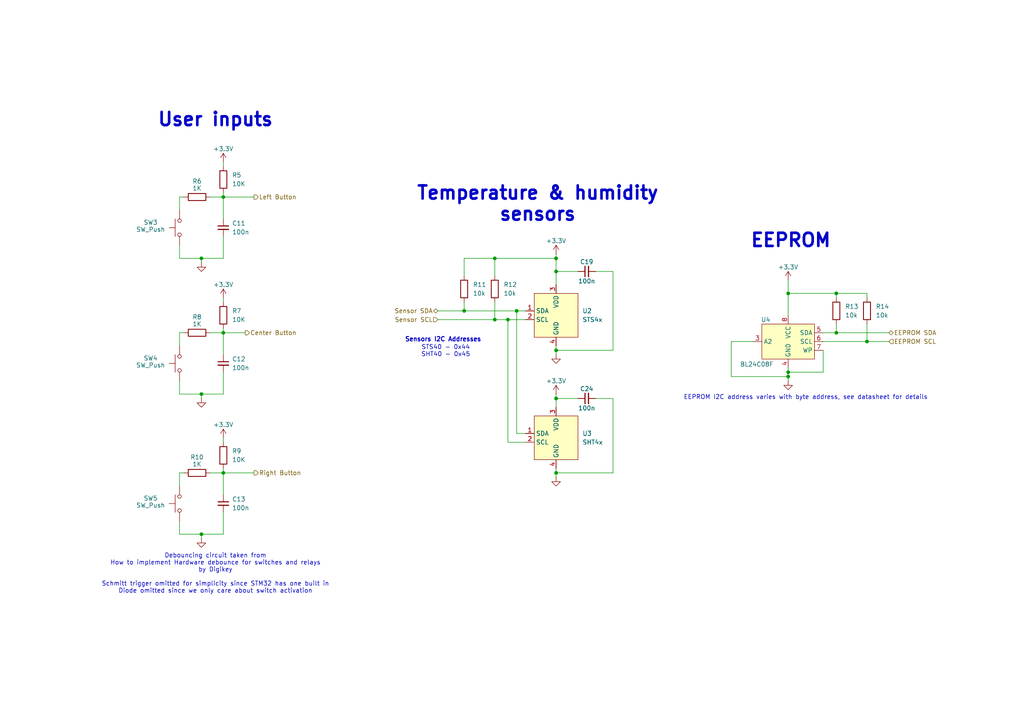
<source format=kicad_sch>
(kicad_sch (version 20250114) (generator "eeschema") (generator_version "9.0")
  (paper "A4")
  (lib_symbols
    (symbol "Device:C_Small" (pin_numbers (hide yes)) (pin_names (offset 0.254) (hide yes))
      (property "Reference" "C" (at 0.254 1.778 0))
      (property "Value" "C_Small" (at 0.254 -2.032 0))
      (symbol "C_Small_0_1"
        (polyline (pts (xy -1.524 0.508) (xy 1.524 0.508)) (stroke (width 0.3048)))
        (polyline (pts (xy -1.524 -0.508) (xy 1.524 -0.508)) (stroke (width 0.3302)))
      )
      (symbol "C_Small_1_1"
        (pin passive line (at 0 2.54 270) (length 2.032) (name "~") (number "1"))
        (pin passive line (at 0 -2.54 90) (length 2.032) (name "~") (number "2"))
      )
    )
    (symbol "Device:R" (pin_numbers (hide yes)) (pin_names (offset 0))
      (property "Reference" "R" (at 2.032 0 90))
      (property "Value" "R" (at 0 0 90))
      (symbol "R_0_1"
        (rectangle (start -1.016 -2.54) (end 1.016 2.54) (stroke (width 0.254)))
      )
      (symbol "R_1_1"
        (pin passive line (at 0 3.81 270) (length 1.27) (name "~") (number "1"))
        (pin passive line (at 0 -3.81 90) (length 1.27) (name "~") (number "2"))
      )
    )
    (symbol "Switch:SW_Push" (pin_numbers (hide yes)) (pin_names (offset 1.016) (hide yes))
      (property "Reference" "SW" (at 1.27 2.54 0))
      (property "Value" "SW_Push" (at 0 -1.524 0))
      (symbol "SW_Push_0_1"
        (circle (center -2.032 0) (radius 0.508))
        (polyline (pts (xy 0 1.27) (xy 0 3.048)))
        (circle (center 2.032 0) (radius 0.508))
        (polyline (pts (xy 2.54 1.27) (xy -2.54 1.27)))
        (pin passive line (at -5.08 0 0) (length 2.54) (name "1") (number "1"))
        (pin passive line (at 5.08 0 180) (length 2.54) (name "2") (number "2"))
      )
    )
    (symbol "power:+3.3V" (power) (pin_numbers (hide yes)) (pin_names (offset 0) (hide yes))
      (property "Value" "+3.3V" (at 0 3.556 0))
      (symbol "+3.3V_0_1"
        (polyline (pts (xy -0.762 1.27) (xy 0 2.54)))
        (polyline (pts (xy 0 2.54) (xy 0.762 1.27)))
        (polyline (pts (xy 0 0) (xy 0 2.54)))
      )
      (symbol "+3.3V_1_1"
        (pin power_in line (at 0 0 90) (length 0) (name "~") (number "1"))
      )
    )
    (symbol "power:GND" (power) (pin_numbers (hide yes)) (pin_names (offset 0) (hide yes))
      (property "Value" "GND" (at 0 -3.81 0))
      (symbol "GND_0_1"
        (polyline (pts (xy 0 0) (xy 0 -1.27) (xy 1.27 -1.27) (xy 0 -2.54) (xy -1.27 -1.27) (xy 0 -1.27)))
      )
      (symbol "GND_1_1"
        (pin power_in line (at 0 0 270) (length 0) (name "~") (number "1"))
      )
    )
    (symbol "tat_library:BL24C08F"
      (property "Reference" "U" (at -7.112 6.35 0))
      (property "Value" "BL24C08F" (at 6.096 -6.35 0))
      (symbol "BL24C08F_1_1"
        (rectangle (start -7.62 5.08) (end 7.62 -5.08) (fill (type background)))
        (pin input line (at -10.16 0 0) (length 2.54) (name "A2") (number "3"))
        (pin power_in line (at 0 7.62 270) (length 2.54) (name "VCC") (number "8"))
        (pin power_in line (at 0 -7.62 90) (length 2.54) (name "GND") (number "4"))
        (pin bidirectional line (at 10.16 2.54 180) (length 2.54) (name "SDA") (number "5"))
        (pin input line (at 10.16 0 180) (length 2.54) (name "SCL") (number "6"))
        (pin input line (at 10.16 -2.54 180) (length 2.54) (name "WP") (number "7"))
      )
    )
    (symbol "tat_library:SHT4x"
      (property "Reference" "U" (at -5.842 7.366 0))
      (property "Value" "SHT4x" (at 6.604 -7.62 0))
      (symbol "SHT4x_1_1"
        (rectangle (start -6.35 6.35) (end 6.35 -6.35) (fill (type background)))
        (pin bidirectional line (at -8.89 1.27 0) (length 2.54) (name "SDA") (number "1"))
        (pin bidirectional line (at -8.89 -1.27 0) (length 2.54) (name "SCL") (number "2"))
        (pin power_in line (at 0 8.89 270) (length 2.54) (name "VDD") (number "3"))
        (pin power_in line (at 0 -8.89 90) (length 2.54) (name "GND") (number "4"))
      )
    )
    (symbol "tat_library:STS4x"
      (property "Reference" "U" (at -5.842 7.366 0))
      (property "Value" "STS4x" (at 5.842 -7.62 0))
      (symbol "STS4x_1_1"
        (rectangle (start -6.35 6.35) (end 6.35 -6.35) (fill (type background)))
        (pin bidirectional line (at -8.89 1.27 0) (length 2.54) (name "SDA") (number "1"))
        (pin bidirectional line (at -8.89 -1.27 0) (length 2.54) (name "SCL") (number "2"))
        (pin power_in line (at 0 8.89 270) (length 2.54) (name "VDD") (number "3"))
        (pin power_in line (at 0 -8.89 90) (length 2.54) (name "GND") (number "4"))
      )
    )
  )
  (text "Temperature & humidity\nsensors" (at 155.956 59.182 0) (effects (font (size 3.81 3.81) (thickness 0.762) (bold yes))))
  (text "EEPROM I2C address varies with byte address, see datasheet for details" (at 233.68 115.316 0) (effects (font (size 1.27 1.27))))
  (text "User inputs" (at 62.484 34.798 0) (effects (font (size 3.81 3.81) (thickness 0.762) (bold yes))))
  (text "Debouncing circuit taken from\nHow to implement Hardware debounce for switches and relays\nby Digikey\n\nSchmitt trigger omitted for simplicity since STM32 has one built in\nDiode omitted since we only care about switch activation" (at 62.484 166.37 0) (effects (font (size 1.27 1.27))))
  (text "STS40 - 0x44\nSHT40 - 0x45" (at 129.286 101.854 0) (effects (font (size 1.27 1.27))))
  (text "EEPROM\n" (at 229.362 69.85 0) (effects (font (size 3.81 3.81) (thickness 0.762) (bold yes))))
  (text "Sensors I2C Addresses\n" (at 128.524 98.552 0) (effects (font (size 1.27 1.27) (thickness 0.254) (bold yes))))
  (junction (at 64.77 137.16))
  (junction (at 161.29 137.16))
  (junction (at 161.29 101.6))
  (junction (at 134.62 90.17))
  (junction (at 143.51 74.93))
  (junction (at 64.77 96.52))
  (junction (at 58.42 154.94))
  (junction (at 58.42 74.93))
  (junction (at 161.29 78.74))
  (junction (at 228.6 85.09))
  (junction (at 251.46 99.06))
  (junction (at 161.29 115.57))
  (junction (at 228.6 107.95))
  (junction (at 147.32 92.71))
  (junction (at 161.29 74.93))
  (junction (at 242.57 85.09))
  (junction (at 149.86 90.17))
  (junction (at 143.51 92.71))
  (junction (at 64.77 57.15))
  (junction (at 228.6 109.22))
  (junction (at 58.42 114.3))
  (junction (at 242.57 96.52))
  (wire (pts (xy 134.62 74.93) (xy 134.62 80.01)))
  (wire (pts (xy 161.29 101.6) (xy 177.8 101.6)))
  (wire (pts (xy 238.76 99.06) (xy 251.46 99.06)))
  (wire (pts (xy 161.29 102.87) (xy 161.29 101.6)))
  (wire (pts (xy 52.07 110.49) (xy 52.07 114.3)))
  (wire (pts (xy 58.42 154.94) (xy 52.07 154.94)))
  (wire (pts (xy 60.96 57.15) (xy 64.77 57.15)))
  (wire (pts (xy 177.8 115.57) (xy 177.8 137.16)))
  (wire (pts (xy 64.77 95.25) (xy 64.77 96.52)))
  (wire (pts (xy 161.29 73.66) (xy 161.29 74.93)))
  (wire (pts (xy 161.29 138.43) (xy 161.29 137.16)))
  (wire (pts (xy 52.07 96.52) (xy 53.34 96.52)))
  (wire (pts (xy 251.46 99.06) (xy 257.81 99.06)))
  (wire (pts (xy 143.51 92.71) (xy 147.32 92.71)))
  (wire (pts (xy 64.77 127) (xy 64.77 128.27)))
  (wire (pts (xy 52.07 151.13) (xy 52.07 154.94)))
  (wire (pts (xy 161.29 115.57) (xy 161.29 118.11)))
  (wire (pts (xy 238.76 101.6) (xy 238.76 107.95)))
  (wire (pts (xy 149.86 125.73) (xy 152.4 125.73)))
  (wire (pts (xy 60.96 137.16) (xy 64.77 137.16)))
  (wire (pts (xy 161.29 74.93) (xy 143.51 74.93)))
  (wire (pts (xy 238.76 107.95) (xy 228.6 107.95)))
  (wire (pts (xy 64.77 46.99) (xy 64.77 48.26)))
  (wire (pts (xy 212.09 109.22) (xy 228.6 109.22)))
  (wire (pts (xy 64.77 154.94) (xy 58.42 154.94)))
  (wire (pts (xy 58.42 114.3) (xy 52.07 114.3)))
  (wire (pts (xy 52.07 137.16) (xy 53.34 137.16)))
  (wire (pts (xy 58.42 114.3) (xy 58.42 115.57)))
  (wire (pts (xy 172.72 78.74) (xy 177.8 78.74)))
  (wire (pts (xy 64.77 57.15) (xy 73.66 57.15)))
  (wire (pts (xy 64.77 148.59) (xy 64.77 154.94)))
  (wire (pts (xy 251.46 93.98) (xy 251.46 99.06)))
  (wire (pts (xy 52.07 57.15) (xy 52.07 60.96)))
  (wire (pts (xy 64.77 57.15) (xy 64.77 63.5)))
  (wire (pts (xy 161.29 74.93) (xy 161.29 78.74)))
  (wire (pts (xy 228.6 85.09) (xy 242.57 85.09)))
  (wire (pts (xy 64.77 96.52) (xy 71.12 96.52)))
  (wire (pts (xy 251.46 85.09) (xy 251.46 86.36)))
  (wire (pts (xy 52.07 137.16) (xy 52.07 140.97)))
  (wire (pts (xy 172.72 115.57) (xy 177.8 115.57)))
  (wire (pts (xy 177.8 137.16) (xy 161.29 137.16)))
  (wire (pts (xy 238.76 96.52) (xy 242.57 96.52)))
  (wire (pts (xy 161.29 78.74) (xy 161.29 82.55)))
  (wire (pts (xy 161.29 114.3) (xy 161.29 115.57)))
  (wire (pts (xy 228.6 107.95) (xy 228.6 109.22)))
  (wire (pts (xy 64.77 107.95) (xy 64.77 114.3)))
  (wire (pts (xy 64.77 68.58) (xy 64.77 74.93)))
  (wire (pts (xy 134.62 90.17) (xy 149.86 90.17)))
  (wire (pts (xy 242.57 93.98) (xy 242.57 96.52)))
  (wire (pts (xy 212.09 99.06) (xy 212.09 109.22)))
  (wire (pts (xy 52.07 96.52) (xy 52.07 100.33)))
  (wire (pts (xy 161.29 78.74) (xy 167.64 78.74)))
  (wire (pts (xy 228.6 110.49) (xy 228.6 109.22)))
  (wire (pts (xy 218.44 99.06) (xy 212.09 99.06)))
  (wire (pts (xy 161.29 115.57) (xy 167.64 115.57)))
  (wire (pts (xy 64.77 86.36) (xy 64.77 87.63)))
  (wire (pts (xy 242.57 86.36) (xy 242.57 85.09)))
  (wire (pts (xy 143.51 74.93) (xy 134.62 74.93)))
  (wire (pts (xy 60.96 96.52) (xy 64.77 96.52)))
  (wire (pts (xy 127 90.17) (xy 134.62 90.17)))
  (wire (pts (xy 127 92.71) (xy 143.51 92.71)))
  (wire (pts (xy 64.77 137.16) (xy 73.66 137.16)))
  (wire (pts (xy 161.29 100.33) (xy 161.29 101.6)))
  (wire (pts (xy 177.8 78.74) (xy 177.8 101.6)))
  (wire (pts (xy 64.77 135.89) (xy 64.77 137.16)))
  (wire (pts (xy 52.07 57.15) (xy 53.34 57.15)))
  (wire (pts (xy 64.77 114.3) (xy 58.42 114.3)))
  (wire (pts (xy 143.51 87.63) (xy 143.51 92.71)))
  (wire (pts (xy 242.57 96.52) (xy 257.81 96.52)))
  (wire (pts (xy 147.32 92.71) (xy 147.32 128.27)))
  (wire (pts (xy 147.32 128.27) (xy 152.4 128.27)))
  (wire (pts (xy 228.6 106.68) (xy 228.6 107.95)))
  (wire (pts (xy 64.77 55.88) (xy 64.77 57.15)))
  (wire (pts (xy 147.32 92.71) (xy 152.4 92.71)))
  (wire (pts (xy 228.6 85.09) (xy 228.6 91.44)))
  (wire (pts (xy 242.57 85.09) (xy 251.46 85.09)))
  (wire (pts (xy 64.77 74.93) (xy 58.42 74.93)))
  (wire (pts (xy 149.86 90.17) (xy 149.86 125.73)))
  (wire (pts (xy 228.6 81.28) (xy 228.6 85.09)))
  (wire (pts (xy 143.51 74.93) (xy 143.51 80.01)))
  (wire (pts (xy 58.42 74.93) (xy 52.07 74.93)))
  (wire (pts (xy 58.42 154.94) (xy 58.42 156.21)))
  (wire (pts (xy 64.77 96.52) (xy 64.77 102.87)))
  (wire (pts (xy 161.29 137.16) (xy 161.29 135.89)))
  (wire (pts (xy 58.42 74.93) (xy 58.42 76.2)))
  (wire (pts (xy 64.77 137.16) (xy 64.77 143.51)))
  (wire (pts (xy 134.62 87.63) (xy 134.62 90.17)))
  (wire (pts (xy 52.07 71.12) (xy 52.07 74.93)))
  (wire (pts (xy 149.86 90.17) (xy 152.4 90.17)))
  (hierarchical_label "Sensor SDA" (shape bidirectional) (at 127 90.17 180))
  (hierarchical_label "EEPROM SDA" (shape bidirectional) (at 257.81 96.52 0))
  (hierarchical_label "Center Button" (shape output) (at 71.12 96.52 0))
  (hierarchical_label "EEPROM SCL" (shape input) (at 257.81 99.06 0))
  (hierarchical_label "Right Button" (shape output) (at 73.66 137.16 0))
  (hierarchical_label "Left Button" (shape output) (at 73.66 57.15 0))
  (hierarchical_label "Sensor SCL" (shape input) (at 127 92.71 180))
  (symbol (lib_id "power:+3.3V") (at 161.29 73.66 0) (unit 1)
    (property "Reference" "#PWR026" (effects (hide yes)))
    (property "Value" "+3.3V" (at 161.29 69.85 0))
    (property "Description" "Power symbol creates a global label with name \"+3.3V\"" (effects (hide yes)))
  )
  (symbol (lib_id "power:+3.3V") (at 228.6 81.28 0) (unit 1)
    (property "Reference" "#PWR030" (effects (hide yes)))
    (property "Value" "+3.3V" (at 228.6 77.47 0))
    (property "Description" "Power symbol creates a global label with name \"+3.3V\"" (effects (hide yes)))
  )
  (symbol (lib_id "Device:R") (at 143.51 83.82 0) (unit 1)
    (property "Reference" "R12" (at 146.05 82.5499 0) (effects (justify left)))
    (property "Value" "10k" (at 146.05 85.0899 0) (effects (justify left)))
    (property "Description" "Resistor" (effects (hide yes)))
  )
  (symbol (lib_id "tat_library:BL24C08F") (at 228.6 99.06 0) (unit 1)
    (property "Reference" "U4" (at 220.726 92.71 0) (effects (justify left)))
    (property "Value" "BL24C08F" (at 214.63 105.664 0) (effects (justify left)))
  )
  (symbol (lib_id "Switch:SW_Push") (at 52.07 105.41 90) (unit 1)
    (property "Reference" "SW4" (at 43.688 103.886 90))
    (property "Value" "SW_Push" (at 43.688 105.918 90))
    (property "Description" "Push button switch, generic, two pins" (effects (hide yes)))
  )
  (symbol (lib_id "Switch:SW_Push") (at 52.07 66.04 90) (unit 1)
    (property "Reference" "SW3" (at 43.688 64.516 90))
    (property "Value" "SW_Push" (at 43.688 66.548 90))
    (property "Description" "Push button switch, generic, two pins" (effects (hide yes)))
  )
  (symbol (lib_id "Device:R") (at 57.15 96.52 90) (unit 1)
    (property "Reference" "R8" (at 57.15 91.948 90))
    (property "Value" "1K" (at 57.15 93.98 90))
    (property "Description" "Resistor" (effects (hide yes)))
  )
  (symbol (lib_id "Device:C_Small") (at 64.77 105.41 0) (unit 1)
    (property "Reference" "C12" (at 67.31 104.1462 0) (effects (justify left)))
    (property "Value" "100n" (at 67.31 106.6862 0) (effects (justify left)))
    (property "Description" "Unpolarized capacitor, small symbol" (effects (hide yes)))
  )
  (symbol (lib_id "Device:C_Small") (at 170.18 115.57 90) (unit 1)
    (property "Reference" "C24" (at 170.18 112.776 90))
    (property "Value" "100n" (at 170.18 118.364 90))
    (property "Description" "Unpolarized capacitor, small symbol" (effects (hide yes)))
  )
  (symbol (lib_id "Device:R") (at 64.77 132.08 0) (unit 1)
    (property "Reference" "R9" (at 67.31 130.8099 0) (effects (justify left)))
    (property "Value" "10K" (at 67.31 133.3499 0) (effects (justify left)))
    (property "Description" "Resistor" (effects (hide yes)))
  )
  (symbol (lib_id "Device:C_Small") (at 170.18 78.74 90) (unit 1)
    (property "Reference" "C19" (at 170.18 75.946 90))
    (property "Value" "100n" (at 170.18 81.534 90))
    (property "Description" "Unpolarized capacitor, small symbol" (effects (hide yes)))
  )
  (symbol (lib_id "power:+3.3V") (at 64.77 86.36 0) (unit 1)
    (property "Reference" "#PWR034" (effects (hide yes)))
    (property "Value" "+3.3V" (at 64.77 82.55 0))
    (property "Description" "Power symbol creates a global label with name \"+3.3V\"" (effects (hide yes)))
  )
  (symbol (lib_id "power:GND") (at 58.42 115.57 0) (unit 1)
    (property "Reference" "#PWR033" (effects (hide yes)))
    (property "Value" "GND" (effects (hide yes)))
    (property "Description" "Power symbol creates a global label with name \"GND\" , ground" (effects (hide yes)))
  )
  (symbol (lib_id "tat_library:STS4x") (at 161.29 91.44 0) (unit 1)
    (property "Reference" "U2" (at 168.91 90.1699 0) (effects (justify left)))
    (property "Value" "STS4x" (at 168.91 92.7099 0) (effects (justify left)))
  )
  (symbol (lib_id "power:GND") (at 161.29 102.87 0) (unit 1)
    (property "Reference" "#PWR027" (effects (hide yes)))
    (property "Value" "GND" (effects (hide yes)))
    (property "Description" "Power symbol creates a global label with name \"GND\" , ground" (effects (hide yes)))
  )
  (symbol (lib_id "Device:R") (at 57.15 137.16 90) (unit 1)
    (property "Reference" "R10" (at 57.15 132.588 90))
    (property "Value" "1K" (at 57.15 134.62 90))
    (property "Description" "Resistor" (effects (hide yes)))
  )
  (symbol (lib_id "power:GND") (at 58.42 156.21 0) (unit 1)
    (property "Reference" "#PWR035" (effects (hide yes)))
    (property "Value" "GND" (effects (hide yes)))
    (property "Description" "Power symbol creates a global label with name \"GND\" , ground" (effects (hide yes)))
  )
  (symbol (lib_id "tat_library:SHT4x") (at 161.29 127 0) (unit 1)
    (property "Reference" "U3" (at 168.91 125.7299 0) (effects (justify left)))
    (property "Value" "SHT4x" (at 168.91 128.2699 0) (effects (justify left)))
  )
  (symbol (lib_id "power:+3.3V") (at 64.77 46.99 0) (unit 1)
    (property "Reference" "#PWR019" (effects (hide yes)))
    (property "Value" "+3.3V" (at 64.77 43.18 0))
    (property "Description" "Power symbol creates a global label with name \"+3.3V\"" (effects (hide yes)))
  )
  (symbol (lib_id "power:+3.3V") (at 64.77 127 0) (unit 1)
    (property "Reference" "#PWR036" (effects (hide yes)))
    (property "Value" "+3.3V" (at 64.77 123.19 0))
    (property "Description" "Power symbol creates a global label with name \"+3.3V\"" (effects (hide yes)))
  )
  (symbol (lib_id "power:GND") (at 228.6 110.49 0) (unit 1)
    (property "Reference" "#PWR029" (effects (hide yes)))
    (property "Value" "GND" (effects (hide yes)))
    (property "Description" "Power symbol creates a global label with name \"GND\" , ground" (effects (hide yes)))
  )
  (symbol (lib_id "Device:C_Small") (at 64.77 146.05 0) (unit 1)
    (property "Reference" "C13" (at 67.31 144.7862 0) (effects (justify left)))
    (property "Value" "100n" (at 67.31 147.3262 0) (effects (justify left)))
    (property "Description" "Unpolarized capacitor, small symbol" (effects (hide yes)))
  )
  (symbol (lib_id "Device:R") (at 242.57 90.17 0) (unit 1)
    (property "Reference" "R13" (at 245.11 88.8999 0) (effects (justify left)))
    (property "Value" "10k" (at 245.11 91.4399 0) (effects (justify left)))
    (property "Description" "Resistor" (effects (hide yes)))
  )
  (symbol (lib_id "Switch:SW_Push") (at 52.07 146.05 90) (unit 1)
    (property "Reference" "SW5" (at 43.688 144.526 90))
    (property "Value" "SW_Push" (at 43.688 146.558 90))
    (property "Description" "Push button switch, generic, two pins" (effects (hide yes)))
  )
  (symbol (lib_id "Device:C_Small") (at 64.77 66.04 0) (unit 1)
    (property "Reference" "C11" (at 67.31 64.7762 0) (effects (justify left)))
    (property "Value" "100n" (at 67.31 67.3162 0) (effects (justify left)))
    (property "Description" "Unpolarized capacitor, small symbol" (effects (hide yes)))
  )
  (symbol (lib_id "power:GND") (at 161.29 138.43 0) (unit 1)
    (property "Reference" "#PWR025" (effects (hide yes)))
    (property "Value" "GND" (effects (hide yes)))
    (property "Description" "Power symbol creates a global label with name \"GND\" , ground" (effects (hide yes)))
  )
  (symbol (lib_id "Device:R") (at 251.46 90.17 0) (unit 1)
    (property "Reference" "R14" (at 254 88.8999 0) (effects (justify left)))
    (property "Value" "10k" (at 254 91.4399 0) (effects (justify left)))
    (property "Description" "Resistor" (effects (hide yes)))
  )
  (symbol (lib_id "power:GND") (at 58.42 76.2 0) (unit 1)
    (property "Reference" "#PWR020" (effects (hide yes)))
    (property "Value" "GND" (effects (hide yes)))
    (property "Description" "Power symbol creates a global label with name \"GND\" , ground" (effects (hide yes)))
  )
  (symbol (lib_id "power:+3.3V") (at 161.29 114.3 0) (unit 1)
    (property "Reference" "#PWR028" (effects (hide yes)))
    (property "Value" "+3.3V" (at 161.29 110.49 0))
    (property "Description" "Power symbol creates a global label with name \"+3.3V\"" (effects (hide yes)))
  )
  (symbol (lib_id "Device:R") (at 134.62 83.82 0) (unit 1)
    (property "Reference" "R11" (at 137.16 82.5499 0) (effects (justify left)))
    (property "Value" "10k" (at 137.16 85.0899 0) (effects (justify left)))
    (property "Description" "Resistor" (effects (hide yes)))
  )
  (symbol (lib_id "Device:R") (at 57.15 57.15 90) (unit 1)
    (property "Reference" "R6" (at 57.15 52.578 90))
    (property "Value" "1K" (at 57.15 54.61 90))
    (property "Description" "Resistor" (effects (hide yes)))
  )
  (symbol (lib_id "Device:R") (at 64.77 52.07 0) (unit 1)
    (property "Reference" "R5" (at 67.31 50.7999 0) (effects (justify left)))
    (property "Value" "10K" (at 67.31 53.3399 0) (effects (justify left)))
    (property "Description" "Resistor" (effects (hide yes)))
  )
  (symbol (lib_id "Device:R") (at 64.77 91.44 0) (unit 1)
    (property "Reference" "R7" (at 67.31 90.1699 0) (effects (justify left)))
    (property "Value" "10K" (at 67.31 92.7099 0) (effects (justify left)))
    (property "Description" "Resistor" (effects (hide yes)))
  )
)
</source>
